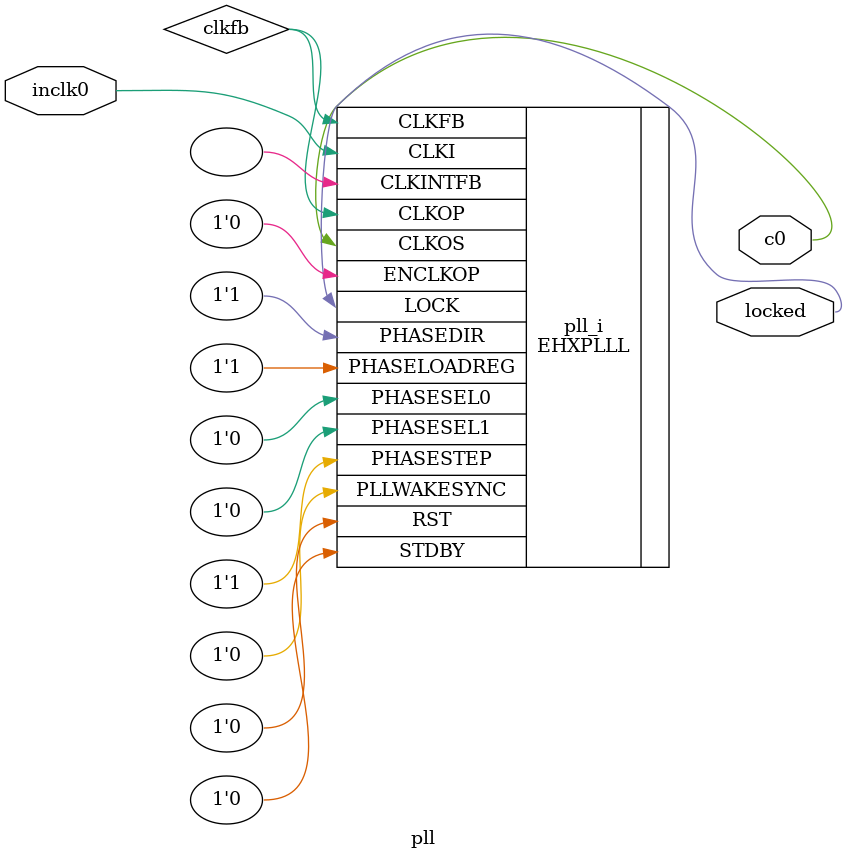
<source format=v>
module pll
(
    input inclk0, // 25 MHz, 0 deg
    output c0, // 40 MHz, 0 deg
    output locked
);
wire clkfb;
(* FREQUENCY_PIN_CLKI="25" *)
(* FREQUENCY_PIN_CLKOS="40" *)
(* ICP_CURRENT="12" *) (* LPF_RESISTOR="8" *) (* MFG_ENABLE_FILTEROPAMP="1" *) (* MFG_GMCREF_SEL="2" *)
EHXPLLL #(
        .PLLRST_ENA("DISABLED"),
        .INTFB_WAKE("DISABLED"),
        .STDBY_ENABLE("DISABLED"),
        .DPHASE_SOURCE("DISABLED"),
        .OUTDIVIDER_MUXA("DIVA"),
        .OUTDIVIDER_MUXB("DIVB"),
        .OUTDIVIDER_MUXC("DIVC"),
        .OUTDIVIDER_MUXD("DIVD"),
        .CLKI_DIV(1),
        .CLKOP_ENABLE("ENABLED"),
        .CLKOP_DIV(24),
        .CLKOP_CPHASE(9),
        .CLKOP_FPHASE(0),
        .CLKOS_ENABLE("ENABLED"),
        .CLKOS_DIV(15),
        .CLKOS_CPHASE(15604464),
        .CLKOS_FPHASE(0),
        .FEEDBK_PATH("CLKOP"),
        .CLKFB_DIV(1)
    ) pll_i (
        .RST(1'b0),
        .STDBY(1'b0),
        .CLKI(inclk0),
        .CLKOP(clkfb),
        .CLKOS(c0),
        .CLKFB(clkfb),
        .CLKINTFB(),
        .PHASESEL0(1'b0),
        .PHASESEL1(1'b0),
        .PHASEDIR(1'b1),
        .PHASESTEP(1'b1),
        .PHASELOADREG(1'b1),
        .PLLWAKESYNC(1'b0),
        .ENCLKOP(1'b0),
        .LOCK(locked)
	);
endmodule

</source>
